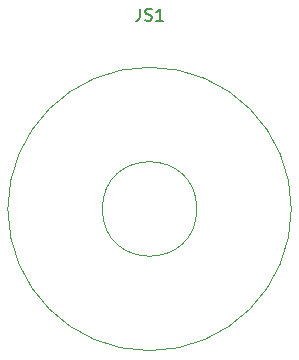
<source format=gbr>
%TF.GenerationSoftware,KiCad,Pcbnew,(6.0.6)*%
%TF.CreationDate,2023-05-18T11:46:38+08:00*%
%TF.ProjectId,JoystickPCB,4a6f7973-7469-4636-9b50-43422e6b6963,rev?*%
%TF.SameCoordinates,Original*%
%TF.FileFunction,Legend,Top*%
%TF.FilePolarity,Positive*%
%FSLAX46Y46*%
G04 Gerber Fmt 4.6, Leading zero omitted, Abs format (unit mm)*
G04 Created by KiCad (PCBNEW (6.0.6)) date 2023-05-18 11:46:38*
%MOMM*%
%LPD*%
G01*
G04 APERTURE LIST*
%ADD10C,0.150000*%
%ADD11C,0.120000*%
G04 APERTURE END LIST*
D10*
%TO.C,JS1*%
X-809523Y16947619D02*
X-809523Y16233333D01*
X-857142Y16090476D01*
X-952380Y15995238D01*
X-1095238Y15947619D01*
X-1190476Y15947619D01*
X-380952Y15995238D02*
X-238095Y15947619D01*
X0Y15947619D01*
X95238Y15995238D01*
X142857Y16042857D01*
X190476Y16138095D01*
X190476Y16233333D01*
X142857Y16328571D01*
X95238Y16376190D01*
X0Y16423809D01*
X-190476Y16471428D01*
X-285714Y16519047D01*
X-333333Y16566666D01*
X-380952Y16661904D01*
X-380952Y16757142D01*
X-333333Y16852380D01*
X-285714Y16900000D01*
X-190476Y16947619D01*
X47619Y16947619D01*
X190476Y16900000D01*
X1142857Y15947619D02*
X571428Y15947619D01*
X857142Y15947619D02*
X857142Y16947619D01*
X761904Y16804761D01*
X666666Y16709523D01*
X571428Y16661904D01*
D11*
X12000000Y0D02*
G75*
G03*
X12000000Y0I-12000000J0D01*
G01*
X4000000Y0D02*
G75*
G03*
X4000000Y0I-4000000J0D01*
G01*
%TD*%
M02*

</source>
